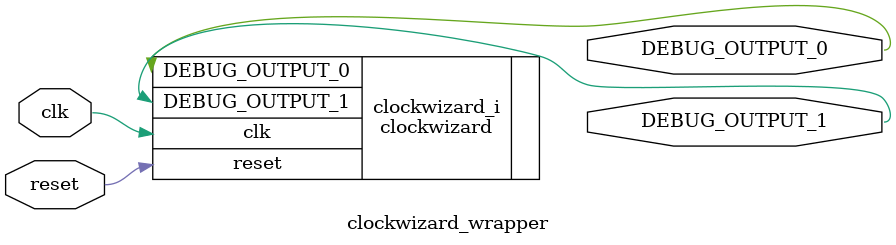
<source format=v>
`timescale 1 ps / 1 ps

module clockwizard_wrapper
   (DEBUG_OUTPUT_0,
    DEBUG_OUTPUT_1,
    clk,
    reset);
  output DEBUG_OUTPUT_0;
  output DEBUG_OUTPUT_1;
  input clk;
  input reset;

  wire DEBUG_OUTPUT_0;
  wire DEBUG_OUTPUT_1;
  wire clk;
  wire reset;

  clockwizard clockwizard_i
       (.DEBUG_OUTPUT_0(DEBUG_OUTPUT_0),
        .DEBUG_OUTPUT_1(DEBUG_OUTPUT_1),
        .clk(clk),
        .reset(reset));
endmodule

</source>
